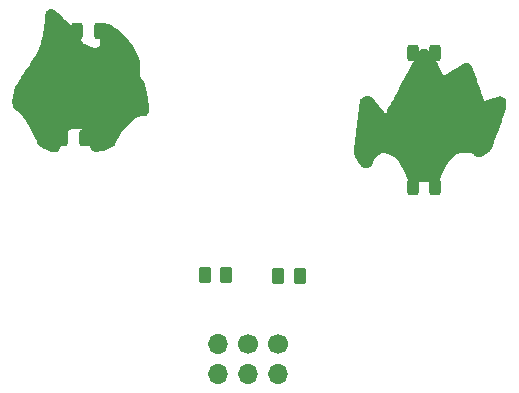
<source format=gbr>
%TF.GenerationSoftware,KiCad,Pcbnew,(6.0.5)*%
%TF.CreationDate,2022-07-11T11:07:48-06:00*%
%TF.ProjectId,MiniMageSpells,4d696e69-4d61-4676-9553-70656c6c732e,1.0*%
%TF.SameCoordinates,PX6e486c0PY7ba4d50*%
%TF.FileFunction,Soldermask,Bot*%
%TF.FilePolarity,Negative*%
%FSLAX46Y46*%
G04 Gerber Fmt 4.6, Leading zero omitted, Abs format (unit mm)*
G04 Created by KiCad (PCBNEW (6.0.5)) date 2022-07-11 11:07:48*
%MOMM*%
%LPD*%
G01*
G04 APERTURE LIST*
G04 Aperture macros list*
%AMRoundRect*
0 Rectangle with rounded corners*
0 $1 Rounding radius*
0 $2 $3 $4 $5 $6 $7 $8 $9 X,Y pos of 4 corners*
0 Add a 4 corners polygon primitive as box body*
4,1,4,$2,$3,$4,$5,$6,$7,$8,$9,$2,$3,0*
0 Add four circle primitives for the rounded corners*
1,1,$1+$1,$2,$3*
1,1,$1+$1,$4,$5*
1,1,$1+$1,$6,$7*
1,1,$1+$1,$8,$9*
0 Add four rect primitives between the rounded corners*
20,1,$1+$1,$2,$3,$4,$5,0*
20,1,$1+$1,$4,$5,$6,$7,0*
20,1,$1+$1,$6,$7,$8,$9,0*
20,1,$1+$1,$8,$9,$2,$3,0*%
G04 Aperture macros list end*
%ADD10O,1.700000X1.700000*%
%ADD11C,1.700000*%
%ADD12RoundRect,0.250000X0.262500X0.450000X-0.262500X0.450000X-0.262500X-0.450000X0.262500X-0.450000X0*%
%ADD13RoundRect,0.250000X-0.262500X-0.450000X0.262500X-0.450000X0.262500X0.450000X-0.262500X0.450000X0*%
%ADD14RoundRect,0.243750X0.243750X0.456250X-0.243750X0.456250X-0.243750X-0.456250X0.243750X-0.456250X0*%
G04 APERTURE END LIST*
%TO.C,G\u002A\u002A\u002A*%
G36*
X2166016Y45210970D02*
G01*
X2258584Y45173597D01*
X2347900Y45125935D01*
X2432456Y45075262D01*
X2516184Y45018162D01*
X2603016Y44951218D01*
X2696883Y44871014D01*
X2801719Y44774133D01*
X2921455Y44657160D01*
X3060023Y44516679D01*
X3221356Y44349272D01*
X3289166Y44278183D01*
X3438969Y44120252D01*
X3563799Y43986840D01*
X3668294Y43872159D01*
X3757091Y43770422D01*
X3834825Y43675843D01*
X3906133Y43582633D01*
X3975651Y43485006D01*
X4048016Y43377175D01*
X4127865Y43253351D01*
X4194104Y43148649D01*
X4326392Y42942724D01*
X4443761Y42770056D01*
X4550331Y42626055D01*
X4650225Y42506129D01*
X4747564Y42405688D01*
X4846469Y42320139D01*
X4951061Y42244892D01*
X5065463Y42175355D01*
X5070220Y42172673D01*
X5268770Y42075481D01*
X5459224Y42010691D01*
X5638067Y41978686D01*
X5801783Y41979848D01*
X5946858Y42014559D01*
X6046879Y42066565D01*
X6106614Y42110257D01*
X6149146Y42152487D01*
X6177231Y42201393D01*
X6193624Y42265109D01*
X6201081Y42351770D01*
X6202357Y42469512D01*
X6201795Y42523981D01*
X6197734Y42649902D01*
X6189125Y42801963D01*
X6177070Y42964314D01*
X6162670Y43121104D01*
X6155894Y43184083D01*
X6137865Y43361150D01*
X6129285Y43502980D01*
X6131401Y43615905D01*
X6145455Y43706252D01*
X6172692Y43780354D01*
X6214358Y43844539D01*
X6271696Y43905138D01*
X6303146Y43933099D01*
X6403859Y44001849D01*
X6511657Y44039256D01*
X6630592Y44045042D01*
X6764716Y44018932D01*
X6918080Y43960649D01*
X7076102Y43880350D01*
X7414445Y43672755D01*
X7741117Y43433675D01*
X8052461Y43167387D01*
X8344820Y42878171D01*
X8614535Y42570303D01*
X8857948Y42248063D01*
X9071401Y41915729D01*
X9251236Y41577578D01*
X9393796Y41237889D01*
X9432675Y41124204D01*
X9479770Y40973497D01*
X9516893Y40841695D01*
X9545156Y40720376D01*
X9565674Y40601117D01*
X9579561Y40475495D01*
X9587930Y40335087D01*
X9591897Y40171470D01*
X9592575Y39976222D01*
X9592339Y39917026D01*
X9591629Y39751034D01*
X9591618Y39622476D01*
X9592645Y39526421D01*
X9595051Y39457936D01*
X9599177Y39412088D01*
X9605360Y39383945D01*
X9613943Y39368574D01*
X9625265Y39361043D01*
X9630803Y39359068D01*
X9694996Y39323374D01*
X9765321Y39260293D01*
X9830679Y39181144D01*
X9872705Y39112342D01*
X9908705Y39026941D01*
X9949342Y38905928D01*
X9993136Y38755621D01*
X10038603Y38582331D01*
X10084264Y38392374D01*
X10128635Y38192064D01*
X10170235Y37987716D01*
X10207584Y37785642D01*
X10239198Y37592159D01*
X10254439Y37485501D01*
X10267848Y37361936D01*
X10279209Y37212349D01*
X10287522Y37053075D01*
X10291787Y36900448D01*
X10292072Y36871156D01*
X10294187Y36521614D01*
X10229210Y36405101D01*
X10151637Y36299682D01*
X10052922Y36227068D01*
X9929126Y36185214D01*
X9779726Y36172073D01*
X9628552Y36164257D01*
X9487002Y36138992D01*
X9350090Y36093551D01*
X9212831Y36025208D01*
X9070241Y35931236D01*
X8917335Y35808909D01*
X8749129Y35655499D01*
X8640136Y35548749D01*
X8372932Y35267839D01*
X8142138Y34994838D01*
X7943909Y34724444D01*
X7774399Y34451353D01*
X7629762Y34170261D01*
X7611150Y34129682D01*
X7539672Y33977408D01*
X7475132Y33857587D01*
X7410441Y33762694D01*
X7338510Y33685202D01*
X7252250Y33617585D01*
X7144571Y33552318D01*
X7008386Y33481875D01*
X6994498Y33475029D01*
X6711012Y33347422D01*
X6448266Y33253979D01*
X6203171Y33193833D01*
X5972639Y33166112D01*
X5889146Y33163900D01*
X5755841Y33170896D01*
X5650529Y33194098D01*
X5560841Y33236820D01*
X5524426Y33261701D01*
X5477176Y33301550D01*
X5438035Y33347840D01*
X5404487Y33406723D01*
X5374014Y33484351D01*
X5344100Y33586877D01*
X5312228Y33720453D01*
X5285113Y33846684D01*
X5238094Y34057954D01*
X5191939Y34233597D01*
X5144195Y34380225D01*
X5092410Y34504448D01*
X5034131Y34612879D01*
X4966905Y34712129D01*
X4961318Y34719540D01*
X4835714Y34860197D01*
X4694797Y34968230D01*
X4532304Y35047101D01*
X4341975Y35100274D01*
X4242272Y35117211D01*
X4033953Y35126584D01*
X3834512Y35094531D01*
X3643960Y35021055D01*
X3462309Y34906162D01*
X3313953Y34774974D01*
X3235964Y34690488D01*
X3159854Y34598119D01*
X3097376Y34512520D01*
X3075115Y34477173D01*
X2999736Y34323685D01*
X2933711Y34143328D01*
X2881832Y33951356D01*
X2848891Y33763020D01*
X2847777Y33753535D01*
X2833811Y33653537D01*
X2816128Y33557985D01*
X2797823Y33482839D01*
X2791565Y33463549D01*
X2731533Y33349080D01*
X2645400Y33251685D01*
X2544191Y33183737D01*
X2540907Y33182224D01*
X2447034Y33155599D01*
X2327510Y33145287D01*
X2195787Y33151285D01*
X2065315Y33173590D01*
X2032302Y33182334D01*
X1959650Y33207269D01*
X1863480Y33245804D01*
X1757907Y33292079D01*
X1682760Y33327501D01*
X1573751Y33380291D01*
X1459032Y33435166D01*
X1355119Y33484254D01*
X1301443Y33509216D01*
X1188580Y33566642D01*
X1092161Y33629727D01*
X1008126Y33703789D01*
X932417Y33794149D01*
X860974Y33906123D01*
X789739Y34045033D01*
X714652Y34216196D01*
X661798Y34347418D01*
X515474Y34697838D01*
X358928Y35032044D01*
X194263Y35346827D01*
X23582Y35638979D01*
X-151012Y35905291D01*
X-327418Y36142554D01*
X-503532Y36347561D01*
X-677253Y36517101D01*
X-845004Y36646988D01*
X-969190Y36734440D01*
X-1061638Y36811762D01*
X-1129337Y36886013D01*
X-1179272Y36964255D01*
X-1198511Y37004231D01*
X-1236406Y37130582D01*
X-1254661Y37288407D01*
X-1254258Y37472166D01*
X-1236180Y37676323D01*
X-1201409Y37895338D01*
X-1150927Y38123674D01*
X-1085717Y38355792D01*
X-1006760Y38586155D01*
X-915039Y38809225D01*
X-856390Y38933060D01*
X-810909Y39023141D01*
X-768356Y39104426D01*
X-725622Y39181800D01*
X-679599Y39260150D01*
X-627179Y39344365D01*
X-565253Y39439330D01*
X-490712Y39549933D01*
X-400449Y39681061D01*
X-291355Y39837601D01*
X-180407Y39995843D01*
X21110Y40284340D01*
X199056Y40542829D01*
X355519Y40775018D01*
X492587Y40984616D01*
X612347Y41175329D01*
X716886Y41350867D01*
X808293Y41514937D01*
X888654Y41671247D01*
X960057Y41823505D01*
X1024590Y41975419D01*
X1084340Y42130697D01*
X1141395Y42293047D01*
X1181516Y42414961D01*
X1262578Y42686772D01*
X1328466Y42953740D01*
X1380762Y43225297D01*
X1421048Y43510872D01*
X1450905Y43819894D01*
X1470845Y44139547D01*
X1481845Y44346629D01*
X1493306Y44516478D01*
X1506314Y44654226D01*
X1521955Y44765004D01*
X1541316Y44853942D01*
X1565483Y44926174D01*
X1595543Y44986828D01*
X1632581Y45041038D01*
X1671434Y45087070D01*
X1774233Y45170901D01*
X1895769Y45220208D01*
X2028784Y45233921D01*
X2166016Y45210970D01*
G37*
G36*
X33713103Y41903587D02*
G01*
X33816862Y41871902D01*
X33825514Y41867686D01*
X33887559Y41826415D01*
X33966738Y41759751D01*
X34054671Y41676126D01*
X34142975Y41583969D01*
X34223269Y41491712D01*
X34287172Y41407786D01*
X34296422Y41394008D01*
X34321115Y41352972D01*
X34363325Y41279045D01*
X34420587Y41176694D01*
X34490438Y41050388D01*
X34570411Y40904595D01*
X34658041Y40743784D01*
X34750865Y40572424D01*
X34804750Y40472490D01*
X34897033Y40301309D01*
X34983402Y40141586D01*
X35061738Y39997205D01*
X35129921Y39872049D01*
X35185832Y39770002D01*
X35227354Y39694947D01*
X35252365Y39650767D01*
X35258809Y39640398D01*
X35283954Y39640233D01*
X35323871Y39662664D01*
X35325128Y39663628D01*
X35360830Y39687672D01*
X35428358Y39729787D01*
X35522728Y39787063D01*
X35638953Y39856594D01*
X35772050Y39935472D01*
X35917033Y40020789D01*
X36068919Y40109637D01*
X36222721Y40199107D01*
X36373455Y40286293D01*
X36516137Y40368287D01*
X36645781Y40442180D01*
X36757403Y40505065D01*
X36846018Y40554034D01*
X36906533Y40586125D01*
X37057145Y40648149D01*
X37196678Y40674149D01*
X37333750Y40665616D01*
X37349131Y40662616D01*
X37471485Y40616596D01*
X37575721Y40537089D01*
X37654094Y40431687D01*
X37695639Y40323011D01*
X37716413Y40250344D01*
X37748744Y40155431D01*
X37786906Y40054707D01*
X37802287Y40017027D01*
X37836770Y39930883D01*
X37881006Y39814574D01*
X37933444Y39672607D01*
X37992534Y39509491D01*
X38056725Y39329732D01*
X38124467Y39137837D01*
X38194209Y38938315D01*
X38264400Y38735672D01*
X38333491Y38534415D01*
X38399930Y38339053D01*
X38462166Y38154091D01*
X38518650Y37984038D01*
X38567831Y37833401D01*
X38608157Y37706687D01*
X38638080Y37608403D01*
X38656047Y37543058D01*
X38660223Y37523116D01*
X38674801Y37425903D01*
X39288607Y37635769D01*
X39464124Y37695559D01*
X39605044Y37742821D01*
X39716765Y37779009D01*
X39804683Y37805579D01*
X39874196Y37823988D01*
X39930702Y37835690D01*
X39979597Y37842141D01*
X40026279Y37844797D01*
X40065022Y37845169D01*
X40206018Y37834889D01*
X40318048Y37802603D01*
X40410275Y37744784D01*
X40464319Y37691410D01*
X40509663Y37627977D01*
X40542161Y37552129D01*
X40563022Y37457290D01*
X40573453Y37336887D01*
X40574662Y37184345D01*
X40572486Y37102513D01*
X40562680Y36818195D01*
X40349807Y36235626D01*
X40297276Y36091285D01*
X40233248Y35914404D01*
X40160380Y35712379D01*
X40081331Y35492604D01*
X39998758Y35262475D01*
X39915319Y35029386D01*
X39833672Y34800732D01*
X39782609Y34657394D01*
X39694914Y34411478D01*
X39619657Y34201935D01*
X39555331Y34025130D01*
X39500430Y33877428D01*
X39453447Y33755195D01*
X39412874Y33654795D01*
X39377204Y33572594D01*
X39344931Y33504957D01*
X39314547Y33448250D01*
X39284546Y33398837D01*
X39253420Y33353083D01*
X39226797Y33316806D01*
X39150553Y33224076D01*
X39067582Y33143097D01*
X38968213Y33065829D01*
X38842776Y32984232D01*
X38785699Y32950086D01*
X38657151Y32875101D01*
X38557787Y32819324D01*
X38480592Y32779949D01*
X38418549Y32754171D01*
X38364640Y32739182D01*
X38311852Y32732179D01*
X38253166Y32730354D01*
X38236305Y32730380D01*
X38127279Y32737484D01*
X38036978Y32761413D01*
X37950802Y32807985D01*
X37854987Y32882300D01*
X37790106Y32930275D01*
X37706129Y32982704D01*
X37633053Y33022181D01*
X37574900Y33049905D01*
X37526367Y33068780D01*
X37477068Y33080503D01*
X37416617Y33086774D01*
X37334628Y33089291D01*
X37220717Y33089754D01*
X37219958Y33089754D01*
X37071098Y33085739D01*
X36906241Y33074613D01*
X36737742Y33057752D01*
X36577957Y33036535D01*
X36439241Y33012339D01*
X36359003Y32993755D01*
X36296840Y32967659D01*
X36242291Y32920209D01*
X36200683Y32867451D01*
X36138139Y32793495D01*
X36061646Y32720413D01*
X36021213Y32688319D01*
X35955138Y32632085D01*
X35881754Y32556358D01*
X35816670Y32477278D01*
X35815219Y32475308D01*
X35745366Y32375051D01*
X35663295Y32248925D01*
X35573308Y32104336D01*
X35479707Y31948691D01*
X35386795Y31789397D01*
X35298874Y31633858D01*
X35220247Y31489482D01*
X35155215Y31363674D01*
X35108082Y31263840D01*
X35099087Y31242556D01*
X35046364Y31115438D01*
X35004380Y31020394D01*
X34969128Y30949779D01*
X34936600Y30895950D01*
X34902786Y30851261D01*
X34880888Y30826388D01*
X34788133Y30749431D01*
X34670928Y30696767D01*
X34523129Y30665830D01*
X34486680Y30661760D01*
X34386306Y30648533D01*
X34284347Y30629534D01*
X34202448Y30608812D01*
X34200692Y30608258D01*
X34163118Y30597910D01*
X34119055Y30589541D01*
X34063606Y30582907D01*
X33991876Y30577760D01*
X33898969Y30573853D01*
X33779990Y30570941D01*
X33630044Y30568775D01*
X33444233Y30567110D01*
X33374503Y30566630D01*
X33201502Y30566078D01*
X33038932Y30566650D01*
X32892457Y30568245D01*
X32767737Y30570758D01*
X32670432Y30574085D01*
X32606205Y30578124D01*
X32585058Y30581039D01*
X32434784Y30638127D01*
X32303532Y30731317D01*
X32196807Y30856557D01*
X32184397Y30875993D01*
X32164322Y30916296D01*
X32134015Y30986444D01*
X32097648Y31076433D01*
X32060765Y31172574D01*
X31979701Y31381020D01*
X31902685Y31559427D01*
X31824266Y31719046D01*
X31738994Y31871128D01*
X31663169Y31993394D01*
X31601462Y32090250D01*
X31542822Y32183892D01*
X31494012Y32263423D01*
X31462598Y32316527D01*
X31376579Y32435986D01*
X31254269Y32558812D01*
X31101111Y32681073D01*
X30922551Y32798838D01*
X30724034Y32908175D01*
X30511002Y33005152D01*
X30506459Y33007008D01*
X30360972Y33058554D01*
X30236871Y33082788D01*
X30123094Y33079642D01*
X30008577Y33049045D01*
X29905959Y33003220D01*
X29783151Y32929484D01*
X29658901Y32835022D01*
X29543938Y32729495D01*
X29448992Y32622566D01*
X29394993Y32543101D01*
X29359589Y32472630D01*
X29317966Y32378079D01*
X29277099Y32275630D01*
X29261698Y32233748D01*
X29187345Y32063837D01*
X29098947Y31933206D01*
X28995229Y31840733D01*
X28874914Y31785301D01*
X28736727Y31765788D01*
X28728525Y31765734D01*
X28632599Y31771989D01*
X28548033Y31793540D01*
X28468963Y31834562D01*
X28389524Y31899236D01*
X28303851Y31991737D01*
X28206080Y32116244D01*
X28172570Y32161755D01*
X28045881Y32336988D01*
X27942640Y32483733D01*
X27860472Y32607092D01*
X27797004Y32712167D01*
X27749862Y32804062D01*
X27716671Y32887880D01*
X27695057Y32968722D01*
X27682648Y33051691D01*
X27677068Y33141890D01*
X27675921Y33229245D01*
X27676370Y33263317D01*
X27677872Y33303323D01*
X27680661Y33351343D01*
X27684968Y33409457D01*
X27691029Y33479745D01*
X27699075Y33564289D01*
X27709341Y33665168D01*
X27722059Y33784463D01*
X27737462Y33924254D01*
X27755783Y34086621D01*
X27777257Y34273646D01*
X27802115Y34487408D01*
X27830591Y34729987D01*
X27862919Y35003465D01*
X27899331Y35309922D01*
X27940061Y35651437D01*
X27985341Y36030092D01*
X28035405Y36447966D01*
X28054939Y36610858D01*
X28081006Y36827153D01*
X28102917Y37005624D01*
X28121384Y37150537D01*
X28137118Y37266157D01*
X28150831Y37356749D01*
X28163232Y37426578D01*
X28175035Y37479909D01*
X28186950Y37521007D01*
X28199688Y37554137D01*
X28213960Y37583564D01*
X28218599Y37592219D01*
X28270876Y37670264D01*
X28336848Y37731261D01*
X28423828Y37779333D01*
X28539129Y37818607D01*
X28676473Y37850507D01*
X28804188Y37872632D01*
X28903377Y37879483D01*
X28985560Y37869625D01*
X29062255Y37841628D01*
X29144980Y37794059D01*
X29148429Y37791825D01*
X29184451Y37760348D01*
X29244496Y37697787D01*
X29326537Y37606473D01*
X29428544Y37488734D01*
X29548492Y37346900D01*
X29684350Y37183300D01*
X29783761Y37062066D01*
X29902640Y36917224D01*
X30013462Y36783759D01*
X30113351Y36665016D01*
X30199432Y36564344D01*
X30268831Y36485089D01*
X30318673Y36430599D01*
X30346083Y36404220D01*
X30350342Y36402420D01*
X30361887Y36422523D01*
X30392036Y36477762D01*
X30439561Y36565832D01*
X30503238Y36684427D01*
X30581839Y36831243D01*
X30674138Y37003973D01*
X30778910Y37200313D01*
X30894928Y37417956D01*
X31020966Y37654598D01*
X31155797Y37907932D01*
X31298197Y38175654D01*
X31446937Y38455458D01*
X31600793Y38745038D01*
X31758537Y39042089D01*
X31918945Y39344306D01*
X32080789Y39649383D01*
X32242843Y39955015D01*
X32403882Y40258896D01*
X32562679Y40558721D01*
X32718008Y40852184D01*
X32868642Y41136980D01*
X32897387Y41191350D01*
X32990980Y41366117D01*
X33069541Y41506915D01*
X33136130Y41618086D01*
X33193810Y41703972D01*
X33245641Y41768914D01*
X33294687Y41817254D01*
X33344007Y41853334D01*
X33377511Y41872189D01*
X33476040Y41903906D01*
X33593700Y41914314D01*
X33713103Y41903587D01*
G37*
%TD*%
D10*
%TO.C,X1*%
X16144562Y14380380D03*
X16144562Y16920380D03*
X18684562Y14380380D03*
D11*
X18684562Y16920380D03*
D10*
X21224562Y14380380D03*
D11*
X21224562Y16920380D03*
%TD*%
D12*
%TO.C,R2*%
X16847062Y22690380D03*
X15022062Y22690380D03*
%TD*%
D13*
%TO.C,R1*%
X21232062Y22670380D03*
X23057062Y22670380D03*
%TD*%
D14*
%TO.C,D4*%
X6132062Y43380380D03*
X4257062Y43380380D03*
%TD*%
%TO.C,D3*%
X4862062Y34340380D03*
X2987062Y34340380D03*
%TD*%
%TO.C,D2*%
X34512062Y30220380D03*
X32637062Y30220380D03*
%TD*%
%TO.C,D1*%
X34532062Y41530380D03*
X32657062Y41530380D03*
%TD*%
M02*

</source>
